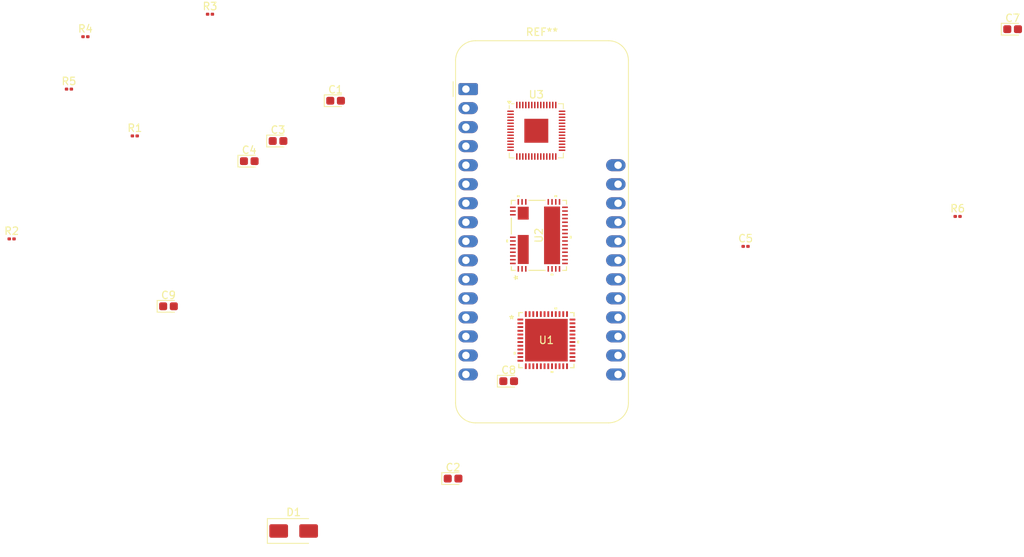
<source format=kicad_pcb>
(kicad_pcb (version 20240108) (generator "pcbnew") (generator_version "8.0")
  (layers (0 "F.Cu" signal) (31 "B.Cu" signal) (34 "B.Paste" user) (35 "F.Paste" user) (36 "B.SilkS" user "B.Silkscreen") (37 "F.SilkS" user "F.Silkscreen") (38 "B.Mask" user) (39 "F.Mask" user) (44 "Edge.Cuts" user))
  (net 0 "")
  (net 1 "Net-(D1-A1)")
  (net 2 "Net-(D1-A2)")
  (net 7 "Net-(U1-SENSEH)")
  (net 19 "Net-(U1-AVCC)")
  (net 22 "Net-(U1-SENSELF)")
  (net 23 "Net-(U1-HART_TX_IN)")
  (net 24 "Net-(U1-HART_RX)")
  (net 25 "Net-(U1-CCOMP)")
  (net 30 "Net-(U1-SENSEL)")
  (net 31 "Net-(U1-AVSS)")
  (net 35 "Net-(U1-REFIN)")
  (net 36 "Net-(U1-HART_TX_OUT)")
  (net 38 "Net-(U1-VIOUT)")
  (net 40 "Net-(U1-SENSEHF)")
  (net 45 "GND")
  (net 49 "Net-(U3-DVDD-Pad23)")
  (net 52 "Net-(U3-IOVDD-Pad1)")
  (net 141 "Net-(C5-Pad2)")
  (net 142 "AGND")
  (footprint "Capacitor_Tantalum_SMD:CP_EIA-1608-08_AVX-J" (layer "F.Cu") (at 108.2875 93)
    (property "Reference" "C2" (at 0 -1.48 0) (layer "F.SilkS"))
    (property "Value" "4.7nF")
    (fp_line (start -1.51 -0.785) (end -1.51 0.785) (stroke (width 0.12)) (layer "F.SilkS"))
    (fp_line (start -1.51 0.785) (end 0.8 0.785) (stroke (width 0.12)) (layer "F.SilkS"))
    (fp_line (start 0.8 -0.785) (end -1.51 -0.785) (stroke (width 0.12)) (layer "F.SilkS"))
    (pad "1" smd roundrect (at -0.7125 0) (size 1.075 1.05) (layers "F.Cu" "F.Paste" "F.Mask") (roundrect_rratio 0.238095) (net 1 "Net-(D1-A1)"))
    (pad "2" smd roundrect (at 0.7125 0) (size 1.075 1.05) (layers "F.Cu" "F.Paste" "F.Mask") (roundrect_rratio 0.238095) (net 2 "Net-(D1-A2)"))
  )
  (footprint "Resistor_SMD:R_0201_0603Metric" (layer "F.Cu") (at 49.345 61)
    (property "Reference" "R2" (at 0 -1.05 0) (layer "F.SilkS"))
    (property "Value" "100")
    (pad "1" smd roundrect (at -0.32 0) (size 0.46 0.4) (layers "F.Cu" "F.Mask") (net 22 "Net-(U1-SENSELF)"))
    (pad "2" smd roundrect (at 0.32 0) (size 0.46 0.4) (layers "F.Cu" "F.Mask") (net 2 "Net-(D1-A2)"))
  )
  (footprint "Module:Adafruit_Feather" (layer "F.Cu") (at 110 41)
    (property "Reference" "REF**" (at 10.16 -7.62 0) (layer "F.SilkS"))
    (property "Value" "Adafruit_Feather")
    (fp_line (start -1.7 1) (end -1.7 -1) (stroke (width 0.12)) (layer "F.SilkS"))
    (fp_line (start -1.38 -3.81) (end -1.38 41.91) (stroke (width 0.12)) (layer "F.SilkS"))
    (fp_line (start 19.05 -6.46) (end 1.27 -6.46) (stroke (width 0.12)) (layer "F.SilkS"))
    (fp_line (start 19.05 44.56) (end 1.27 44.56) (stroke (width 0.12)) (layer "F.SilkS"))
    (fp_line (start 21.7 -3.81) (end 21.7 41.91) (stroke (width 0.12)) (layer "F.SilkS"))
    (fp_arc (start -1.38 -3.81) (mid -0.603833 -5.683833) (end 1.27 -6.46) (stroke (width 0.12)) (layer "F.SilkS"))
    (fp_arc (start 1.27 44.56) (mid -0.603833 43.783833) (end -1.38 41.91) (stroke (width 0.12)) (layer "F.SilkS"))
    (fp_arc (start 19.05 -6.46) (mid 20.923833 -5.683833) (end 21.7 -3.81) (stroke (width 0.12)) (layer "F.SilkS"))
    (fp_arc (start 21.7 41.91) (mid 20.923833 43.783833) (end 19.05 44.56) (stroke (width 0.12)) (layer "F.SilkS"))
    (pad "1" thru_hole roundrect (at 0 0) (size 2.6 1.6) (drill 1 (offset 0.3 0)) (layers "*.Cu" "*.Mask") (roundrect_rratio 0.15625))
    (pad "2" thru_hole oval (at 0 2.54) (size 2.6 1.6) (drill 1 (offset 0.3 0)) (layers "*.Cu" "*.Mask"))
    (pad "3" thru_hole oval (at 0 5.08) (size 2.6 1.6) (drill 1 (offset 0.3 0)) (layers "*.Cu" "*.Mask"))
    (pad "4" thru_hole oval (at 0 7.62) (size 2.6 1.6) (drill 1 (offset 0.3 0)) (layers "*.Cu" "*.Mask"))
    (pad "5" thru_hole oval (at 0 10.16) (size 2.6 1.6) (drill 1 (offset 0.3 0)) (layers "*.Cu" "*.Mask"))
    (pad "6" thru_hole oval (at 0 12.7) (size 2.6 1.6) (drill 1 (offset 0.3 0)) (layers "*.Cu" "*.Mask"))
    (pad "7" thru_hole oval (at 0 15.24) (size 2.6 1.6) (drill 1 (offset 0.3 0)) (layers "*.Cu" "*.Mask"))
    (pad "8" thru_hole oval (at 0 17.78) (size 2.6 1.6) (drill 1 (offset 0.3 0)) (layers "*.Cu" "*.Mask"))
    (pad "9" thru_hole oval (at 0 20.32) (size 2.6 1.6) (drill 1 (offset 0.3 0)) (layers "*.Cu" "*.Mask"))
    (pad "10" thru_hole oval (at 0 22.86) (size 2.6 1.6) (drill 1 (offset 0.3 0)) (layers "*.Cu" "*.Mask"))
    (pad "11" thru_hole oval (at 0 25.4) (size 2.6 1.6) (drill 1 (offset 0.3 0)) (layers "*.Cu" "*.Mask"))
    (pad "12" thru_hole oval (at 0 27.94) (size 2.6 1.6) (drill 1 (offset 0.3 0)) (layers "*.Cu" "*.Mask"))
    (pad "13" thru_hole oval (at 0 30.48) (size 2.6 1.6) (drill 1 (offset 0.3 0)) (layers "*.Cu" "*.Mask"))
    (pad "14" thru_hole oval (at 0 33.02) (size 2.6 1.6) (drill 1 (offset 0.3 0)) (layers "*.Cu" "*.Mask"))
    (pad "15" thru_hole oval (at 0 35.56) (size 2.6 1.6) (drill 1 (offset 0.3 0)) (layers "*.Cu" "*.Mask"))
    (pad "16" thru_hole oval (at 0 38.1) (size 2.6 1.6) (drill 1 (offset 0.3 0)) (layers "*.Cu" "*.Mask"))
    (pad "17" thru_hole oval (at 20.32 38.1 180) (size 2.6 1.6) (drill 1 (offset 0.3 0)) (layers "*.Cu" "*.Mask"))
    (pad "18" thru_hole oval (at 20.32 35.56 180) (size 2.6 1.6) (drill 1 (offset 0.3 0)) (layers "*.Cu" "*.Mask"))
    (pad "19" thru_hole oval (at 20.32 33.02 180) (size 2.6 1.6) (drill 1 (offset 0.3 0)) (layers "*.Cu" "*.Mask"))
    (pad "20" thru_hole oval (at 20.32 30.48 180) (size 2.6 1.6) (drill 1 (offset 0.3 0)) (layers "*.Cu" "*.Mask"))
    (pad "21" thru_hole oval (at 20.32 27.94 180) (size 2.6 1.6) (drill 1 (offset 0.3 0)) (layers "*.Cu" "*.Mask"))
    (pad "22" thru_hole oval (at 20.32 25.4 180) (size 2.6 1.6) (drill 1 (offset 0.3 0)) (layers "*.Cu" "*.Mask"))
    (pad "23" thru_hole oval (at 20.32 22.86 180) (size 2.6 1.6) (drill 1 (offset 0.3 0)) (layers "*.Cu" "*.Mask"))
    (pad "24" thru_hole oval (at 20.32 20.32 180) (size 2.6 1.6) (drill 1 (offset 0.3 0)) (layers "*.Cu" "*.Mask"))
    (pad "25" thru_hole oval (at 20.32 17.78 180) (size 2.6 1.6) (drill 1 (offset 0.3 0)) (layers "*.Cu" "*.Mask"))
    (pad "26" thru_hole oval (at 20.32 15.24 180) (size 2.6 1.6) (drill 1 (offset 0.3 0)) (layers "*.Cu" "*.Mask"))
    (pad "27" thru_hole oval (at 20.32 12.7 180) (size 2.6 1.6) (drill 1 (offset 0.3 0)) (layers "*.Cu" "*.Mask"))
    (pad "28" thru_hole oval (at 20.32 10.16 180) (size 2.6 1.6) (drill 1 (offset 0.3 0)) (layers "*.Cu" "*.Mask"))
  )
  (footprint "Capacitor_Tantalum_SMD:CP_EIA-1608-08_AVX-J" (layer "F.Cu") (at 115.7125 80)
    (property "Reference" "C8" (at 0 -1.48 0) (layer "F.SilkS"))
    (property "Value" "22nF")
    (fp_line (start -1.51 -0.785) (end -1.51 0.785) (stroke (width 0.12)) (layer "F.SilkS"))
    (fp_line (start -1.51 0.785) (end 0.8 0.785) (stroke (width 0.12)) (layer "F.SilkS"))
    (fp_line (start 0.8 -0.785) (end -1.51 -0.785) (stroke (width 0.12)) (layer "F.SilkS"))
    (pad "1" smd roundrect (at -0.7125 0) (size 1.075 1.05) (layers "F.Cu" "F.Paste" "F.Mask") (roundrect_rratio 0.238095) (net 23 "Net-(U1-HART_TX_IN)"))
    (pad "2" smd roundrect (at 0.7125 0) (size 1.075 1.05) (layers "F.Cu" "F.Paste" "F.Mask") (roundrect_rratio 0.238095) (net 45 "GND"))
  )
  (footprint "Capacitor_Tantalum_SMD:CP_EIA-1608-08_AVX-J" (layer "F.Cu") (at 70.2875 70)
    (property "Reference" "C9" (at 0 -1.48 0) (layer "F.SilkS"))
    (property "Value" "100nF")
    (fp_line (start -1.51 -0.785) (end -1.51 0.785) (stroke (width 0.12)) (layer "F.SilkS"))
    (fp_line (start -1.51 0.785) (end 0.8 0.785) (stroke (width 0.12)) (layer "F.SilkS"))
    (fp_line (start 0.8 -0.785) (end -1.51 -0.785) (stroke (width 0.12)) (layer "F.SilkS"))
    (pad "1" smd roundrect (at -0.7125 0) (size 1.075 1.05) (layers "F.Cu" "F.Paste" "F.Mask") (roundrect_rratio 0.238095) (net 25 "Net-(U1-CCOMP)"))
    (pad "2" smd roundrect (at 0.7125 0) (size 1.075 1.05) (layers "F.Cu" "F.Paste" "F.Mask") (roundrect_rratio 0.238095) (net 2 "Net-(D1-A2)"))
  )
  (footprint "Resistor_SMD:R_0201_0603Metric" (layer "F.Cu") (at 59.19607 34)
    (property "Reference" "R4" (at 0 -1.05 0) (layer "F.SilkS"))
    (property "Value" "100")
    (pad "1" smd roundrect (at -0.32 0) (size 0.46 0.4) (layers "F.Cu" "F.Mask") (net 40 "Net-(U1-SENSEHF)"))
    (pad "2" smd roundrect (at 0.32 0) (size 0.46 0.4) (layers "F.Cu" "F.Mask") (net 38 "Net-(U1-VIOUT)"))
  )
  (footprint "ADP1034:CP-41-1_ADI" (layer "F.Cu") (at 119.75 60.5296 90)
    (property "Reference" "U2" (at 0 0 90) (layer "F.SilkS"))
    (property "Value" "ADP1034ACPZ-1-R7")
    (fp_line (start 4.6736 -3.683) (end 4.18434 -3.683) (stroke (width 0.1524)) (layer "F.SilkS"))
    (fp_line (start 2.31566 -3.683) (end 0.184341 -3.683) (stroke (width 0.1524)) (layer "F.SilkS"))
    (fp_line (start -4.18434 -3.683) (end -4.6736 -3.683) (stroke (width 0.1524)) (layer "F.SilkS"))
    (fp_line (start -4.6736 -3.683) (end -4.6736 -3.18434) (stroke (width 0.1524)) (layer "F.SilkS"))
    (fp_line (start 4.6736 -3.18434) (end 4.6736 -3.683) (stroke (width 0.1524)) (layer "F.SilkS"))
    (fp_line (start -4.6736 -1.315659) (end -4.6736 0.81566) (stroke (width 0.1524)) (layer "F.SilkS"))
    (fp_line (start 4.6736 0.81566) (end 4.6736 -1.315659) (stroke (width 0.1524)) (layer "F.SilkS"))
    (fp_line (start -4.6736 3.18434) (end -4.6736 3.683) (stroke (width 0.1524)) (layer "F.SilkS"))
    (fp_line (start 4.6736 3.683) (end 4.6736 3.18434) (stroke (width 0.1524)) (layer "F.SilkS"))
    (fp_line (start 4.18434 3.683) (end 4.6736 3.683) (stroke (width 0.1524)) (layer "F.SilkS"))
    (fp_line (start -4.6736 3.683) (end -4.18434 3.683) (stroke (width 0.1524)) (layer "F.SilkS"))
    (fp_poly (pts (xy -0.940501 -4.1148) (xy -0.940501 -4.3688) (xy -0.559501 -4.3688) (xy -0.559501 -4.1148)) (fill solid) (layer "F.SilkS"))
    (fp_poly (pts (xy 5.3594 -2.9405) (xy 5.3594 -2.5595) (xy 5.1054 -2.5595) (xy 5.1054 -2.9405)) (fill solid) (layer "F.SilkS"))
    (fp_poly (pts (xy -5.3594 1.559499) (xy -5.3594 1.940499) (xy -5.1054 1.940499) (xy -5.1054 1.559499)) (fill solid) (layer "F.SilkS"))
    (fp_poly (pts (xy 5.3594 2.059501) (xy 5.3594 2.440501) (xy 5.1054 2.440501) (xy 5.1054 2.059501)) (fill solid) (layer "F.SilkS"))
    (fp_poly (pts (xy -0.4405 4.1148) (xy -0.4405 4.3688) (xy -0.059499 4.3688) (xy -0.059499 4.1148)) (fill solid) (layer "F.SilkS"))
    (fp_text user "*" (at -5.6388 -2.75 90) (layer "F.SilkS"))
    (fp_text user "*" (at -5.6388 -2.75 90) (layer "F.SilkS"))
    (pad "1" smd rect (at -4.4704 -2.75 180) (size 0.2032 0.762) (layers "F.Cu" "F.Paste" "F.Mask"))
    (pad "2" smd rect (at -4.4704 -2.250001 180) (size 0.2032 0.762) (layers "F.Cu" "F.Paste" "F.Mask"))
    (pad "3" smd rect (at -4.4704 -1.749999 180) (size 0.2032 0.762) (layers "F.Cu" "F.Paste" "F.Mask"))
    (pad "4" smd rect (at -4.4704 1.25 180) (size 0.2032 0.762) (layers "F.Cu" "F.Paste" "F.Mask"))
    (pad "5" smd rect (at -4.4704 1.749999 180) (size 0.2032 0.762) (layers "F.Cu" "F.Paste" "F.Mask"))
    (pad "6" smd rect (at -4.4704 2.250001 180) (size 0.2032 0.762) (layers "F.Cu" "F.Paste" "F.Mask"))
    (pad "7" smd rect (at -4.4704 2.75 180) (size 0.2032 0.762) (layers "F.Cu" "F.Paste" "F.Mask"))
    (pad "8" smd rect (at -3.75 3.4798 90) (size 0.2032 0.762) (layers "F.Cu" "F.Paste" "F.Mask"))
    (pad "9" smd rect (at -3.250001 3.4798 90) (size 0.2032 0.762) (layers "F.Cu" "F.Paste" "F.Mask"))
    (pad "10" smd rect (at -2.75 3.4798 90) (size 0.2032 0.762) (layers "F.Cu" "F.Paste" "F.Mask"))
    (pad "11" smd rect (at -2.250001 3.4798 90) (size 0.2032 0.762) (layers "F.Cu" "F.Paste" "F.Mask"))
    (pad "12" smd rect (at -1.749999 3.4798 90) (size 0.2032 0.762) (layers "F.Cu" "F.Paste" "F.Mask"))
    (pad "13" smd rect (at -1.25 3.4798 90) (size 0.2032 0.762) (layers "F.Cu" "F.Paste" "F.Mask"))
    (pad "14" smd rect (at -0.750001 3.4798 90) (size 0.2032 0.762) (layers "F.Cu" "F.Paste" "F.Mask"))
    (pad "15" smd rect (at -0.25 3.4798 90) (size 0.2032 0.762) (layers "F.Cu" "F.Paste" "F.Mask"))
    (pad "16" smd rect (at 0.25 3.4798 90) (size 0.2032 0.762) (layers "F.Cu" "F.Paste" "F.Mask"))
    (pad "17" smd rect (at 0.750001 3.4798 90) (size 0.2032 0.762) (layers "F.Cu" "F.Paste" "F.Mask"))
    (pad "18" smd rect (at 1.25 3.4798 90) (size 0.2032 0.762) (layers "F.Cu" "F.Paste" "F.Mask"))
    (pad "19" smd rect (at 1.749999 3.4798 90) (size 0.2032 0.762) (layers "F.Cu" "F.Paste" "F.Mask"))
    (pad "20" smd rect (at 2.250001 3.4798 90) (size 0.2032 0.762) (layers "F.Cu" "F.Paste" "F.Mask"))
    (pad "21" smd rect (at 2.75 3.4798 90) (size 0.2032 0.762) (layers "F.Cu" "F.Paste" "F.Mask"))
    (pad "22" smd rect (at 3.250001 3.4798 90) (size 0.2032 0.762) (layers "F.Cu" "F.Paste" "F.Mask"))
    (pad "23" smd rect (at 3.75 3.4798 90) (size 0.2032 0.762) (layers "F.Cu" "F.Paste" "F.Mask"))
    (pad "24" smd rect (at 4.4704 2.75 180) (size 0.2032 0.762) (layers "F.Cu" "F.Paste" "F.Mask"))
    (pad "25" smd rect (at 4.4704 2.250001 180) (size 0.2032 0.762) (layers "F.Cu" "F.Paste" "F.Mask"))
    (pad "26" smd rect (at 4.4704 1.749999 180) (size 0.2032 0.762) (layers "F.Cu" "F.Paste" "F.Mask"))
    (pad "27" smd rect (at 4.4704 1.25 180) (size 0.2032 0.762) (layers "F.Cu" "F.Paste" "F.Mask"))
    (pad "28" smd rect (at 4.4704 -1.749999 180) (size 0.2032 0.762) (layers "F.Cu" "F.Paste" "F.Mask"))
    (pad "29" smd rect (at 4.4704 -2.250001 180) (size 0.2032 0.762) (layers "F.Cu" "F.Paste" "F.Mask"))
    (pad "30" smd rect (at 4.4704 -2.75 180) (size 0.2032 0.762) (layers "F.Cu" "F.Paste" "F.Mask"))
    (pad "31" smd rect (at 3.75 -3.4798 90) (size 0.2032 0.762) (layers "F.Cu" "F.Paste" "F.Mask"))
    (pad "32" smd rect (at 3.250001 -3.4798 90) (size 0.2032 0.762) (layers "F.Cu" "F.Paste" "F.Mask"))
    (pad "33" smd rect (at 2.75 -3.4798 90) (size 0.2032 0.762) (layers "F.Cu" "F.Paste" "F.Mask"))
    (pad "34" smd rect (at -0.25 -3.4798 90) (size 0.2032 0.762) (layers "F.Cu" "F.Paste" "F.Mask"))
    (pad "35" smd rect (at -0.750001 -3.4798 90) (size 0.2032 0.762) (layers "F.Cu" "F.Paste" "F.Mask"))
    (pad "36" smd rect (at -1.25 -3.4798 90) (size 0.2032 0.762) (layers "F.Cu" "F.Paste" "F.Mask"))
    (pad "37" smd rect (at -1.749999 -3.4798 90) (size 0.2032 0.762) (layers "F.Cu" "F.Paste" "F.Mask"))
    (pad "38" smd rect (at -2.250001 -3.4798 90) (size 0.2032 0.762) (layers "F.Cu" "F.Paste" "F.Mask"))
    (pad "39" smd rect (at -2.75 -3.4798 90) (size 0.2032 0.762) (layers "F.Cu" "F.Paste" "F.Mask"))
    (pad "40" smd rect (at -3.250001 -3.4798 90) (size 0.2032 0.762) (layers "F.Cu" "F.Paste" "F.Mask"))
    (pad "41" smd rect (at -3.75 -3.4798 90) (size 0.2032 0.762) (layers "F.Cu" "F.Paste" "F.Mask"))
    (pad "42" smd rect (at -1.885 -2.095 90) (size 3.88 1.46) (layers "F.Cu" "F.Paste" "F.Mask"))
    (pad "43" smd rect (at 2.965 -2.095 90) (size 1.72 1.46) (layers "F.Cu" "F.Paste" "F.Mask"))
    (pad "44" smd rect (at 0 1.755 90) (size 7.7 2.14) (layers "F.Cu" "F.Paste" "F.Mask"))
  )
  (footprint "Resistor_SMD:R_0201_0603Metric" (layer "F.Cu") (at 175.655 58)
    (property "Reference" "R6" (at 0 -1.05 0) (layer "F.SilkS"))
    (property "Value" "27k")
    (pad "1" smd roundrect (at -0.32 0) (size 0.46 0.4) (layers "F.Cu" "F.Mask") (net 2 "Net-(D1-A2)"))
    (pad "2" smd roundrect (at 0.32 0) (size 0.46 0.4) (layers "F.Cu" "F.Mask") (net 141 "Net-(C5-Pad2)"))
  )
  (footprint "Diode_SMD:D_SMA" (layer "F.Cu") (at 87 100)
    (property "Reference" "D1" (at 0 -2.5 0) (layer "F.SilkS"))
    (property "Value" "SMAJ36CA")
    (fp_line (start -3.51 -1.65) (end -3.51 1.65) (stroke (width 0.12)) (layer "F.SilkS"))
    (fp_line (start -3.51 -1.65) (end 2 -1.65) (stroke (width 0.12)) (layer "F.SilkS"))
    (fp_line (start -3.51 1.65) (end 2 1.65) (stroke (width 0.12)) (layer "F.SilkS"))
    (pad "1" smd roundrect (at -2 0) (size 2.5 1.8) (layers "F.Cu" "F.Paste" "F.Mask") (roundrect_rratio 0.1388888889) (net 1 "Net-(D1-A1)"))
    (pad "2" smd roundrect (at 2 0) (size 2.5 1.8) (layers "F.Cu" "F.Paste" "F.Mask") (roundrect_rratio 0.1388888889) (net 2 "Net-(D1-A2)"))
  )
  (footprint "Resistor_SMD:R_0201_0603Metric" (layer "F.Cu") (at 65.790175 47.25)
    (property "Reference" "R1" (at 0 -1.05 0) (layer "F.SilkS"))
    (property "Value" "100")
    (pad "1" smd roundrect (at -0.32 0) (size 0.46 0.4) (layers "F.Cu" "F.Mask") (net 30 "Net-(U1-SENSEL)"))
    (pad "2" smd roundrect (at 0.32 0) (size 0.46 0.4) (layers "F.Cu" "F.Mask") (net 2 "Net-(D1-A2)"))
  )
  (footprint "ad 74115H:CP-48-28_ADI" (layer "F.Cu") (at 120.75 74.5202)
    (property "Reference" "U1" (at 0 0 0) (layer "F.SilkS"))
    (property "Value" "AD74115HBCPZ")
    (fp_line (start -3.683 -3.683) (end -3.683 -3.20974) (stroke (width 0.1524)) (layer "F.SilkS"))
    (fp_line (start -3.683 3.20974) (end -3.683 3.683) (stroke (width 0.1524)) (layer "F.SilkS"))
    (fp_line (start -3.683 3.683) (end -3.20974 3.683) (stroke (width 0.1524)) (layer "F.SilkS"))
    (fp_line (start -3.20974 -3.683) (end -3.683 -3.683) (stroke (width 0.1524)) (layer "F.SilkS"))
    (fp_line (start 3.20974 3.683) (end 3.683 3.683) (stroke (width 0.1524)) (layer "F.SilkS"))
    (fp_line (start 3.683 -3.683) (end 3.20974 -3.683) (stroke (width 0.1524)) (layer "F.SilkS"))
    (fp_line (start 3.683 -3.20974) (end 3.683 -3.683) (stroke (width 0.1524)) (layer "F.SilkS"))
    (fp_line (start 3.683 3.683) (end 3.683 3.20974) (stroke (width 0.1524)) (layer "F.SilkS"))
    (fp_poly (pts (xy -4.3688 1.559499) (xy -4.3688 1.940499) (xy -4.1148 1.940499) (xy -4.1148 1.559499)) (fill solid) (layer "F.SilkS"))
    (fp_poly (pts (xy 0.559501 4.1148) (xy 0.559501 4.3688) (xy 0.940501 4.3688) (xy 0.940501 4.1148)) (fill solid) (layer "F.SilkS"))
    (fp_poly (pts (xy 1.0595 -4.1148) (xy 1.0595 -4.3688) (xy 1.4405 -4.3688) (xy 1.4405 -4.1148)) (fill solid) (layer "F.SilkS"))
    (fp_poly (pts (xy 4.3688 0.059499) (xy 4.3688 0.4405) (xy 4.1148 0.4405) (xy 4.1148 0.059499)) (fill solid) (layer "F.SilkS"))
    (fp_text user "*" (at -4.6482 -2.75 0) (layer "F.SilkS"))
    (fp_text user "*" (at -4.6482 -2.75 0) (layer "F.SilkS"))
    (pad "1" smd rect (at -3.4798 -2.75 90) (size 0.254 0.762) (layers "F.Cu" "F.Paste" "F.Mask") (net 45 "GND"))
    (pad "2" smd rect (at -3.4798 -2.250001 90) (size 0.254 0.762) (layers "F.Cu" "F.Paste" "F.Mask") (net 35 "Net-(U1-REFIN)"))
    (pad "3" smd rect (at -3.4798 -1.749999 90) (size 0.254 0.762) (layers "F.Cu" "F.Paste" "F.Mask") (net 35 "Net-(U1-REFIN)"))
    (pad "4" smd rect (at -3.4798 -1.25 90) (size 0.254 0.762) (layers "F.Cu" "F.Paste" "F.Mask") (net 23 "Net-(U1-HART_TX_IN)"))
    (pad "5" smd rect (at -3.4798 -0.750001 90) (size 0.254 0.762) (layers "F.Cu" "F.Paste" "F.Mask") (net 36 "Net-(U1-HART_TX_OUT)"))
    (pad "6" smd rect (at -3.4798 -0.25 90) (size 0.254 0.762) (layers "F.Cu" "F.Paste" "F.Mask"))
    (pad "7" smd rect (at -3.4798 0.25 90) (size 0.254 0.762) (layers "F.Cu" "F.Paste" "F.Mask"))
    (pad "8" smd rect (at -3.4798 0.750001 90) (size 0.254 0.762) (layers "F.Cu" "F.Paste" "F.Mask"))
    (pad "9" smd rect (at -3.4798 1.25 90) (size 0.254 0.762) (layers "F.Cu" "F.Paste" "F.Mask"))
    (pad "10" smd rect (at -3.4798 1.749999 90) (size 0.254 0.762) (layers "F.Cu" "F.Paste" "F.Mask"))
    (pad "11" smd rect (at -3.4798 2.250001 90) (size 0.254 0.762) (layers "F.Cu" "F.Paste" "F.Mask"))
    (pad "12" smd rect (at -3.4798 2.75 90) (size 0.254 0.762) (layers "F.Cu" "F.Paste" "F.Mask"))
    (pad "13" smd rect (at -2.75 3.4798) (size 0.254 0.762) (layers "F.Cu" "F.Paste" "F.Mask"))
    (pad "14" smd rect (at -2.250001 3.4798) (size 0.254 0.762) (layers "F.Cu" "F.Paste" "F.Mask"))
    (pad "15" smd rect (at -1.749999 3.4798) (size 0.254 0.762) (layers "F.Cu" "F.Paste" "F.Mask"))
    (pad "16" smd rect (at -1.25 3.4798) (size 0.254 0.762) (layers "F.Cu" "F.Paste" "F.Mask"))
    (pad "17" smd rect (at -0.750001 3.4798) (size 0.254 0.762) (layers "F.Cu" "F.Paste" "F.Mask"))
    (pad "18" smd rect (at -0.25 3.4798) (size 0.254 0.762) (layers "F.Cu" "F.Paste" "F.Mask"))
    (pad "19" smd rect (at 0.25 3.4798) (size 0.254 0.762) (layers "F.Cu" "F.Paste" "F.Mask"))
    (pad "20" smd rect (at 0.750001 3.4798) (size 0.254 0.762) (layers "F.Cu" "F.Paste" "F.Mask"))
    (pad "21" smd rect (at 1.25 3.4798) (size 0.254 0.762) (layers "F.Cu" "F.Paste" "F.Mask"))
    (pad "22" smd rect (at 1.749999 3.4798) (size 0.254 0.762) (layers "F.Cu" "F.Paste" "F.Mask"))
    (pad "23" smd rect (at 2.250001 3.4798) (size 0.254 0.762) (layers "F.Cu" "F.Paste" "F.Mask"))
    (pad "24" smd rect (at 2.75 3.4798) (size 0.254 0.762) (layers "F.Cu" "F.Paste" "F.Mask") (net 1 "Net-(D1-A1)"))
    (pad "25" smd rect (at 3.4798 2.75 90) (size 0.254 0.762) (layers "F.Cu" "F.Paste" "F.Mask"))
    (pad "26" smd rect (at 3.4798 2.250001 90) (size 0.254 0.762) (layers "F.Cu" "F.Paste" "F.Mask") (net 31 "Net-(U1-AVSS)"))
    (pad "27" smd rect (at 3.4798 1.749999 90) (size 0.254 0.762) (layers "F.Cu" "F.Paste" "F.Mask"))
    (pad "28" smd rect (at 3.4798 1.25 90) (size 0.254 0.762) (layers "F.Cu" "F.Paste" "F.Mask"))
    (pad "29" smd rect (at 3.4798 0.750001 90) (size 0.254 0.762) (layers "F.Cu" "F.Paste" "F.Mask") (net 22 "Net-(U1-SENSELF)"))
    (pad "30" smd rect (at 3.4798 0.25 90) (size 0.254 0.762) (layers "F.Cu" "F.Paste" "F.Mask") (net 30 "Net-(U1-SENSEL)"))
    (pad "31" smd rect (at 3.4798 -0.25 90) (size 0.254 0.762) (layers "F.Cu" "F.Paste" "F.Mask") (net 40 "Net-(U1-SENSEHF)"))
    (pad "32" smd rect (at 3.4798 -0.750001 90) (size 0.254 0.762) (layers "F.Cu" "F.Paste" "F.Mask") (net 7 "Net-(U1-SENSEH)"))
    (pad "33" smd rect (at 3.4798 -1.25 90) (size 0.254 0.762) (layers "F.Cu" "F.Paste" "F.Mask") (net 38 "Net-(U1-VIOUT)"))
    (pad "34" smd rect (at 3.4798 -1.749999 90) (size 0.254 0.762) (layers "F.Cu" "F.Paste" "F.Mask") (net 25 "Net-(U1-CCOMP)"))
    (pad "35" smd rect (at 3.4798 -2.250001 90) (size 0.254 0.762) (layers "F.Cu" "F.Paste" "F.Mask") (net 45 "GND"))
    (pad "36" smd rect (at 3.4798 -2.75 90) (size 0.254 0.762) (layers "F.Cu" "F.Paste" "F.Mask") (net 24 "Net-(U1-HART_RX)"))
    (pad "37" smd rect (at 2.75 -3.4798) (size 0.254 0.762) (layers "F.Cu" "F.Paste" "F.Mask"))
    (pad "38" smd rect (at 2.250001 -3.4798) (size 0.254 0.762) (layers "F.Cu" "F.Paste" "F.Mask"))
    (pad "39" smd rect (at 1.749999 -3.4798) (size 0.254 0.762) (layers "F.Cu" "F.Paste" "F.Mask"))
    (pad "40" smd rect (at 1.25 -3.4798) (size 0.254 0.762) (layers "F.Cu" "F.Paste" "F.Mask") (net 19 "Net-(U1-AVCC)"))
    (pad "41" smd rect (at 0.750001 -3.4798) (size 0.254 0.762) (layers "F.Cu" "F.Paste" "F.Mask"))
    (pad "42" smd rect (at 0.25 -3.4798) (size 0.254 0.762) (layers "F.Cu" "F.Paste" "F.Mask") (net 19 "Net-(U1-AVCC)"))
    (pad "43" smd rect (at -0.25 -3.4798) (size 0.254 0.762) (layers "F.Cu" "F.Paste" "F.Mask"))
    (pad "44" smd rect (at -0.750001 -3.4798) (size 0.254 0.762) (layers "F.Cu" "F.Paste" "F.Mask"))
    (pad "45" smd rect (at -1.25 -3.4798) (size 0.254 0.762) (layers "F.Cu" "F.Paste" "F.Mask"))
    (pad "46" smd rect (at -1.749999 -3.4798) (size 0.254 0.762) (layers "F.Cu" "F.Paste" "F.Mask"))
    (pad "47" smd rect (at -2.250001 -3.4798) (size 0.254 0.762) (layers "F.Cu" "F.Paste" "F.Mask") (net 19 "Net-(U1-AVCC)"))
    (pad "48" smd rect (at -2.75 -3.4798) (size 0.254 0.762) (layers "F.Cu" "F.Paste" "F.Mask"))
    (pad "49" smd rect (at 0 0) (size 5.6896 5.6896) (layers "F.Cu" "F.Paste" "F.Mask") (net 31 "Net-(U1-AVSS)"))
  )
  (footprint "Package_DFN_QFN:QFN-56-1EP_7x7mm_P0.4mm_EP3.2x3.2mm" (layer "F.Cu") (at 119.4 46.5625)
    (property "Reference" "U3" (at 0 -4.83 0) (layer "F.SilkS"))
    (property "Value" "RP2040")
    (fp_line (start -3.61 -2.96) (end -3.61 -3.37) (stroke (width 0.12)) (layer "F.SilkS"))
    (fp_line (start -3.61 3.61) (end -3.61 2.96) (stroke (width 0.12)) (layer "F.SilkS"))
    (fp_line (start -2.96 -3.61) (end -3.31 -3.61) (stroke (width 0.12)) (layer "F.SilkS"))
    (fp_line (start -2.96 3.61) (end -3.61 3.61) (stroke (width 0.12)) (layer "F.SilkS"))
    (fp_line (start 2.96 -3.61) (end 3.61 -3.61) (stroke (width 0.12)) (layer "F.SilkS"))
    (fp_line (start 2.96 3.61) (end 3.61 3.61) (stroke (width 0.12)) (layer "F.SilkS"))
    (fp_line (start 3.61 -3.61) (end 3.61 -2.96) (stroke (width 0.12)) (layer "F.SilkS"))
    (fp_line (start 3.61 3.61) (end 3.61 2.96) (stroke (width 0.12)) (layer "F.SilkS"))
    (fp_poly (pts (xy -3.61 -3.61) (xy -3.85 -3.94) (xy -3.37 -3.94) (xy -3.61 -3.61)) (stroke (width 0.12)) (fill solid) (layer "F.SilkS"))
    (pad "1" smd roundrect (at -3.4375 -2.6) (size 0.875 0.2) (layers "F.Cu" "F.Paste" "F.Mask") (net 52 "Net-(U3-IOVDD-Pad1)"))
    (pad "2" smd roundrect (at -3.4375 -2.2) (size 0.875 0.2) (layers "F.Cu" "F.Paste" "F.Mask"))
    (pad "3" smd roundrect (at -3.4375 -1.8) (size 0.875 0.2) (layers "F.Cu" "F.Paste" "F.Mask"))
    (pad "4" smd roundrect (at -3.4375 -1.4) (size 0.875 0.2) (layers "F.Cu" "F.Paste" "F.Mask"))
    (pad "5" smd roundrect (at -3.4375 -1) (size 0.875 0.2) (layers "F.Cu" "F.Paste" "F.Mask"))
    (pad "6" smd roundrect (at -3.4375 -0.6) (size 0.875 0.2) (layers "F.Cu" "F.Paste" "F.Mask"))
    (pad "7" smd roundrect (at -3.4375 -0.2) (size 0.875 0.2) (layers "F.Cu" "F.Paste" "F.Mask"))
    (pad "8" smd roundrect (at -3.4375 0.2) (size 0.875 0.2) (layers "F.Cu" "F.Paste" "F.Mask"))
    (pad "9" smd roundrect (at -3.4375 0.6) (size 0.875 0.2) (layers "F.Cu" "F.Paste" "F.Mask"))
    (pad "10" smd roundrect (at -3.4375 1) (size 0.875 0.2) (layers "F.Cu" "F.Paste" "F.Mask") (net 52 "Net-(U3-IOVDD-Pad1)"))
    (pad "11" smd roundrect (at -3.4375 1.4) (size 0.875 0.2) (layers "F.Cu" "F.Paste" "F.Mask"))
    (pad "12" smd roundrect (at -3.4375 1.8) (size 0.875 0.2) (layers "F.Cu" "F.Paste" "F.Mask"))
    (pad "13" smd roundrect (at -3.4375 2.2) (size 0.875 0.2) (layers "F.Cu" "F.Paste" "F.Mask"))
    (pad "14" smd roundrect (at -3.4375 2.6) (size 0.875 0.2) (layers "F.Cu" "F.Paste" "F.Mask"))
    (pad "15" smd roundrect (at -2.6 3.4375) (size 0.2 0.875) (layers "F.Cu" "F.Paste" "F.Mask"))
    (pad "16" smd roundrect (at -2.2 3.4375) (size 0.2 0.875) (layers "F.Cu" "F.Paste" "F.Mask"))
    (pad "17" smd roundrect (at -1.8 3.4375) (size 0.2 0.875) (layers "F.Cu" "F.Paste" "F.Mask"))
    (pad "18" smd roundrect (at -1.4 3.4375) (size 0.2 0.875) (layers "F.Cu" "F.Paste" "F.Mask"))
    (pad "19" smd roundrect (at -1 3.4375) (size 0.2 0.875) (layers "F.Cu" "F.Paste" "F.Mask"))
    (pad "20" smd roundrect (at -0.6 3.4375) (size 0.2 0.875) (layers "F.Cu" "F.Paste" "F.Mask"))
    (pad "21" smd roundrect (at -0.2 3.4375) (size 0.2 0.875) (layers "F.Cu" "F.Paste" "F.Mask"))
    (pad "22" smd roundrect (at 0.2 3.4375) (size 0.2 0.875) (layers "F.Cu" "F.Paste" "F.Mask") (net 52 "Net-(U3-IOVDD-Pad1)"))
    (pad "23" smd roundrect (at 0.6 3.4375) (size 0.2 0.875) (layers "F.Cu" "F.Paste" "F.Mask") (net 49 "Net-(U3-DVDD-Pad23)"))
    (pad "24" smd roundrect (at 1 3.4375) (size 0.2 0.875) (layers "F.Cu" "F.Paste" "F.Mask"))
    (pad "25" smd roundrect (at 1.4 3.4375) (size 0.2 0.875) (layers "F.Cu" "F.Paste" "F.Mask"))
    (pad "26" smd roundrect (at 1.8 3.4375) (size 0.2 0.875) (layers "F.Cu" "F.Paste" "F.Mask"))
    (pad "27" smd roundrect (at 2.2 3.4375) (size 0.2 0.875) (layers "F.Cu" "F.Paste" "F.Mask"))
    (pad "28" smd roundrect (at 2.6 3.4375) (size 0.2 0.875) (layers "F.Cu" "F.Paste" "F.Mask"))
    (pad "29" smd roundrect (at 3.4375 2.6) (size 0.875 0.2) (layers "F.Cu" "F.Paste" "F.Mask"))
    (pad "30" smd roundrect (at 3.4375 2.2) (size 0.875 0.2) (layers "F.Cu" "F.Paste" "F.Mask"))
    (pad "31" smd roundrect (at 3.4375 1.8) (size 0.875 0.2) (layers "F.Cu" "F.Paste" "F.Mask"))
    (pad "32" smd roundrect (at 3.4375 1.4) (size 0.875 0.2) (layers "F.Cu" "F.Paste" "F.Mask"))
    (pad "33" smd roundrect (at 3.4375 1) (size 0.875 0.2) (layers "F.Cu" "F.Paste" "F.Mask") (net 52 "Net-(U3-IOVDD-Pad1)"))
    (pad "34" smd roundrect (at 3.4375 0.6) (size 0.875 0.2) (layers "F.Cu" "F.Paste" "F.Mask"))
    (pad "35" smd roundrect (at 3.4375 0.2) (size 0.875 0.2) (layers "F.Cu" "F.Paste" "F.Mask"))
    (pad "36" smd roundrect (at 3.4375 -0.2) (size 0.875 0.2) (layers "F.Cu" "F.Paste" "F.Mask"))
    (pad "37" smd roundrect (at 3.4375 -0.6) (size 0.875 0.2) (layers "F.Cu" "F.Paste" "F.Mask"))
    (pad "38" smd roundrect (at 3.4375 -1) (size 0.875 0.2) (layers "F.Cu" "F.Paste" "F.Mask"))
    (pad "39" smd roundrect (at 3.4375 -1.4) (size 0.875 0.2) (layers "F.Cu" "F.Paste" "F.Mask"))
    (pad "40" smd roundrect (at 3.4375 -1.8) (size 0.875 0.2) (layers "F.Cu" "F.Paste" "F.Mask"))
    (pad "41" smd roundrect (at 3.4375 -2.2) (size 0.875 0.2) (layers "F.Cu" "F.Paste" "F.Mask"))
    (pad "42" smd roundrect (at 3.4375 -2.6) (size 0.875 0.2) (layers "F.Cu" "F.Paste" "F.Mask") (net 52 "Net-(U3-IOVDD-Pad1)"))
    (pad "43" smd roundrect (at 2.6 -3.4375) (size 0.2 0.875) (layers "F.Cu" "F.Paste" "F.Mask"))
    (pad "44" smd roundrect (at 2.2 -3.4375) (size 0.2 0.875) (layers "F.Cu" "F.Paste" "F.Mask"))
    (pad "45" smd roundrect (at 1.8 -3.4375) (size 0.2 0.875) (layers "F.Cu" "F.Paste" "F.Mask"))
    (pad "46" smd roundrect (at 1.4 -3.4375) (size 0.2 0.875) (layers "F.Cu" "F.Paste" "F.Mask"))
    (pad "47" smd roundrect (at 1 -3.4375) (size 0.2 0.875) (layers "F.Cu" "F.Paste" "F.Mask"))
    (pad "48" smd roundrect (at 0.6 -3.4375) (size 0.2 0.875) (layers "F.Cu" "F.Paste" "F.Mask"))
    (pad "49" smd roundrect (at 0.2 -3.4375) (size 0.2 0.875) (layers "F.Cu" "F.Paste" "F.Mask") (net 52 "Net-(U3-IOVDD-Pad1)"))
    (pad "50" smd roundrect (at -0.2 -3.4375) (size 0.2 0.875) (layers "F.Cu" "F.Paste" "F.Mask") (net 49 "Net-(U3-DVDD-Pad23)"))
    (pad "51" smd roundrect (at -0.6 -3.4375) (size 0.2 0.875) (layers "F.Cu" "F.Paste" "F.Mask"))
    (pad "52" smd roundrect (at -1 -3.4375) (size 0.2 0.875) (layers "F.Cu" "F.Paste" "F.Mask"))
    (pad "53" smd roundrect (at -1.4 -3.4375) (size 0.2 0.875) (layers "F.Cu" "F.Paste" "F.Mask"))
    (pad "54" smd roundrect (at -1.8 -3.4375) (size 0.2 0.875) (layers "F.Cu" "F.Paste" "F.Mask"))
    (pad "55" smd roundrect (at -2.2 -3.4375) (size 0.2 0.875) (layers "F.Cu" "F.Paste" "F.Mask"))
    (pad "56" smd roundrect (at -2.6 -3.4375) (size 0.2 0.875) (layers "F.Cu" "F.Paste" "F.Mask"))
    (pad "57" smd rect (at 0 0) (size 3.2 3.2) (property pad_prop_heatsink) (layers "F.Cu" "F.Mask"))
  )
  (footprint "Resistor_SMD:R_0201_0603Metric" (layer "F.Cu") (at 56.998035 41)
    (property "Reference" "R5" (at 0 -1.05 0) (layer "F.SilkS"))
    (property "Value" "100")
    (pad "1" smd roundrect (at -0.32 0) (size 0.46 0.4) (layers "F.Cu" "F.Mask") (net 38 "Net-(U1-VIOUT)"))
    (pad "2" smd roundrect (at 0.32 0) (size 0.46 0.4) (layers "F.Cu" "F.Mask") (net 2 "Net-(D1-A2)"))
  )
  (footprint "Capacitor_Tantalum_SMD:CP_EIA-1608-08_AVX-J" (layer "F.Cu") (at 183 33)
    (property "Reference" "C7" (at 0 -1.48 0) (layer "F.SilkS"))
    (property "Value" "1nF")
    (fp_line (start -1.51 -0.785) (end -1.51 0.785) (stroke (width 0.12)) (layer "F.SilkS"))
    (fp_line (start -1.51 0.785) (end 0.8 0.785) (stroke (width 0.12)) (layer "F.SilkS"))
    (fp_line (start 0.8 -0.785) (end -1.51 -0.785) (stroke (width 0.12)) (layer "F.SilkS"))
    (pad "1" smd roundrect (at -0.7125 0) (size 1.075 1.05) (layers "F.Cu" "F.Paste" "F.Mask") (roundrect_rratio 0.238095) (net 141 "Net-(C5-Pad2)"))
    (pad "2" smd roundrect (at 0.7125 0) (size 1.075 1.05) (layers "F.Cu" "F.Paste" "F.Mask") (roundrect_rratio 0.238095) (net 142 "AGND"))
  )
  (footprint "Resistor_SMD:R_0201_0603Metric" (layer "F.Cu") (at 147.345 62)
    (property "Reference" "C5" (at 0 -1.05 0) (layer "F.SilkS"))
    (property "Value" "2.2nF")
    (pad "1" smd roundrect (at -0.32 0) (size 0.46 0.4) (layers "F.Cu" "F.Mask") (net 24 "Net-(U1-HART_RX)"))
    (pad "2" smd roundrect (at 0.32 0) (size 0.46 0.4) (layers "F.Cu" "F.Mask") (net 141 "Net-(C5-Pad2)"))
  )
  (footprint "Capacitor_Tantalum_SMD:CP_EIA-1608-08_AVX-J" (layer "F.Cu") (at 84.91535 47.93)
    (property "Reference" "C3" (at 0 -1.48 0) (layer "F.SilkS"))
    (property "Value" "1nF")
    (fp_line (start -1.51 -0.785) (end -1.51 0.785) (stroke (width 0.12)) (layer "F.SilkS"))
    (fp_line (start -1.51 0.785) (end 0.8 0.785) (stroke (width 0.12)) (layer "F.SilkS"))
    (fp_line (start 0.8 -0.785) (end -1.51 -0.785) (stroke (width 0.12)) (layer "F.SilkS"))
    (pad "1" smd roundrect (at -0.7125 0) (size 1.075 1.05) (layers "F.Cu" "F.Paste" "F.Mask") (roundrect_rratio 0.238095) (net 22 "Net-(U1-SENSELF)"))
    (pad "2" smd roundrect (at 0.7125 0) (size 1.075 1.05) (layers "F.Cu" "F.Paste" "F.Mask") (roundrect_rratio 0.238095) (net 142 "AGND"))
  )
  (footprint "Capacitor_Tantalum_SMD:CP_EIA-1608-08_AVX-J" (layer "F.Cu") (at 81.072315 50.62)
    (property "Reference" "C4" (at 0 -1.48 0) (layer "F.SilkS"))
    (property "Value" "C")
    (fp_line (start -1.51 -0.785) (end -1.51 0.785) (stroke (width 0.12)) (layer "F.SilkS"))
    (fp_line (start -1.51 0.785) (end 0.8 0.785) (stroke (width 0.12)) (layer "F.SilkS"))
    (fp_line (start 0.8 -0.785) (end -1.51 -0.785) (stroke (width 0.12)) (layer "F.SilkS"))
    (pad "1" smd roundrect (at -0.7125 0) (size 1.075 1.05) (layers "F.Cu" "F.Paste" "F.Mask") (roundrect_rratio 0.238095) (net 40 "Net-(U1-SENSEHF)"))
    (pad "2" smd roundrect (at 0.7125 0) (size 1.075 1.05) (layers "F.Cu" "F.Paste" "F.Mask") (roundrect_rratio 0.238095) (net 142 "AGND"))
  )
  (footprint "Resistor_SMD:R_0201_0603Metric" (layer "F.Cu") (at 75.831245 31)
    (property "Reference" "R3" (at 0 -1.05 0) (layer "F.SilkS"))
    (property "Value" "100")
    (pad "1" smd roundrect (at -0.32 0) (size 0.46 0.4) (layers "F.Cu" "F.Mask") (net 7 "Net-(U1-SENSEH)"))
    (pad "2" smd roundrect (at 0.32 0) (size 0.46 0.4) (layers "F.Cu" "F.Mask") (net 38 "Net-(U1-VIOUT)"))
  )
  (footprint "Capacitor_Tantalum_SMD:CP_EIA-1608-08_AVX-J" (layer "F.Cu") (at 92.60142 42.55)
    (property "Reference" "C1" (at 0 -1.48 0) (layer "F.SilkS"))
    (property "Value" "100nF")
    (fp_line (start -1.51 -0.785) (end -1.51 0.785) (stroke (width 0.12)) (layer "F.SilkS"))
    (fp_line (start -1.51 0.785) (end 0.8 0.785) (stroke (width 0.12)) (layer "F.SilkS"))
    (fp_line (start 0.8 -0.785) (end -1.51 -0.785) (stroke (width 0.12)) (layer "F.SilkS"))
    (pad "1" smd roundrect (at -0.7125 0) (size 1.075 1.05) (layers "F.Cu" "F.Paste" "F.Mask") (roundrect_rratio 0.238095) (net 23 "Net-(U1-HART_TX_IN)"))
    (pad "2" smd roundrect (at 0.7125 0) (size 1.075 1.05) (layers "F.Cu" "F.Paste" "F.Mask") (roundrect_rratio 0.238095) (net 36 "Net-(U1-HART_TX_OUT)"))
  )
)
</source>
